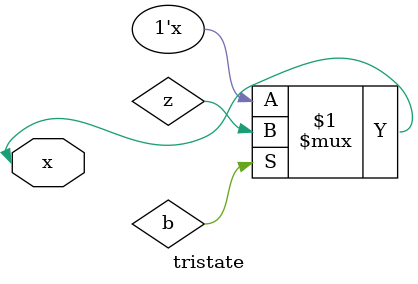
<source format=v>
module tristate(x);
	inout x;
	wire z;
	wire b;

	assign x = b ? z : 1'BZ;
endmodule

</source>
